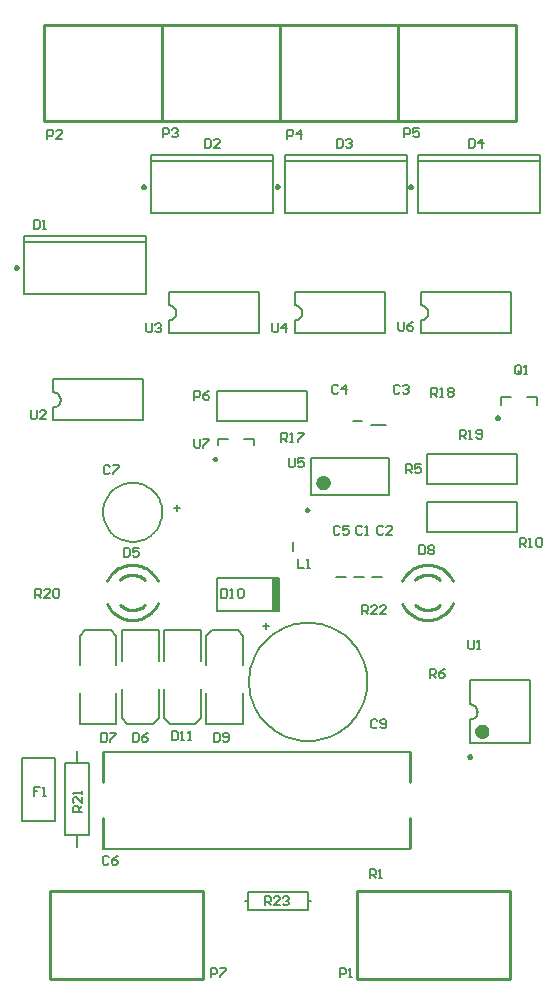
<source format=gto>
%FSDAX24Y24*%
%MOIN*%
%SFA1B1*%

%IPPOS*%
%ADD20C,0.010000*%
%ADD49C,0.007900*%
%ADD50C,0.009800*%
%ADD51C,0.023600*%
%ADD52C,0.005000*%
%ADD53R,0.031500X0.110200*%
%LNde-230724-1*%
%LPD*%
G54D20*
X022937Y023405D02*
D01*
X022965Y023347*
X022997Y023291*
X023033Y023238*
X023072Y023187*
X023115Y023139*
X023161Y023094*
X023211Y023053*
X023263Y023015*
X023317Y022981*
X023374Y022951*
X023433Y022925*
X023493Y022903*
X023555Y022885*
X023618Y022871*
X023681Y022862*
X023746Y022858*
X023810Y022858*
X023874Y022862*
X023938Y022871*
X024001Y022884*
X024062Y022902*
X024123Y022924*
X024182Y022950*
X024238Y022980*
X024293Y023014*
X024345Y023052*
X024394Y023093*
X024441Y023138*
X024484Y023186*
X024523Y023236*
X024559Y023290*
X024592Y023345*
X024620Y023403*
X024627Y023416*
X024622Y024154D02*
D01*
X024593Y024211*
X024561Y024267*
X024525Y024320*
X024486Y024371*
X024443Y024419*
X024397Y024464*
X024347Y024505*
X024295Y024543*
X024241Y024577*
X024184Y024607*
X024125Y024633*
X024065Y024655*
X024003Y024673*
X023940Y024687*
X023877Y024696*
X023812Y024700*
X023748Y024700*
X023684Y024696*
X023620Y024687*
X023557Y024674*
X023496Y024656*
X023435Y024634*
X023376Y024608*
X023320Y024578*
X023265Y024544*
X023213Y024506*
X023164Y024465*
X023117Y024420*
X023074Y024372*
X023035Y024322*
X022999Y024268*
X022966Y024213*
X022938Y024155*
X022932Y024143*
X023368Y023363D02*
D01*
X023398Y023334*
X023430Y023309*
X023463Y023285*
X023499Y023264*
X023535Y023245*
X023573Y023229*
X023612Y023216*
X023652Y023205*
X023692Y023197*
X023733Y023192*
X023774Y023190*
X023815Y023191*
X023856Y023194*
X023897Y023201*
X023937Y023210*
X023976Y023222*
X024015Y023237*
X024052Y023254*
X024088Y023274*
X024123Y023296*
X024156Y023321*
X024187Y023348*
X024201Y023363*
X024196Y024196D02*
D01*
X024165Y024224*
X024133Y024249*
X024100Y024273*
X024064Y024294*
X024028Y024313*
X023990Y024329*
X023951Y024342*
X023911Y024353*
X023871Y024361*
X023830Y024366*
X023789Y024368*
X023748Y024367*
X023707Y024364*
X023666Y024357*
X023626Y024348*
X023587Y024336*
X023548Y024321*
X023511Y024304*
X023475Y024284*
X023440Y024262*
X023407Y024237*
X023376Y024210*
X023363Y024196*
X013095Y023405D02*
D01*
X013123Y023347*
X013155Y023291*
X013191Y023238*
X013230Y023187*
X013273Y023139*
X013319Y023094*
X013369Y023053*
X013421Y023015*
X013475Y022981*
X013532Y022951*
X013591Y022925*
X013651Y022903*
X013713Y022885*
X013776Y022871*
X013839Y022862*
X013904Y022858*
X013968Y022858*
X014032Y022862*
X014096Y022871*
X014159Y022884*
X014220Y022902*
X014281Y022924*
X014340Y022950*
X014396Y022980*
X014451Y023014*
X014503Y023052*
X014552Y023093*
X014599Y023138*
X014642Y023186*
X014681Y023236*
X014717Y023290*
X014750Y023345*
X014778Y023403*
X014784Y023416*
X014779Y024154D02*
D01*
X014750Y024211*
X014718Y024267*
X014682Y024320*
X014643Y024371*
X014600Y024419*
X014554Y024464*
X014504Y024505*
X014452Y024543*
X014398Y024577*
X014341Y024607*
X014282Y024633*
X014222Y024655*
X014160Y024673*
X014097Y024687*
X014034Y024696*
X013969Y024700*
X013905Y024700*
X013841Y024696*
X013777Y024687*
X013714Y024674*
X013653Y024656*
X013592Y024634*
X013533Y024608*
X013477Y024578*
X013422Y024544*
X013370Y024506*
X013321Y024465*
X013274Y024420*
X013231Y024372*
X013192Y024322*
X013156Y024268*
X013123Y024213*
X013095Y024155*
X013090Y024143*
X013525Y023363D02*
D01*
X013555Y023334*
X013587Y023309*
X013620Y023285*
X013656Y023264*
X013692Y023245*
X013730Y023229*
X013769Y023216*
X013809Y023205*
X013849Y023197*
X013890Y023192*
X013931Y023190*
X013972Y023191*
X014013Y023194*
X014054Y023201*
X014094Y023210*
X014133Y023222*
X014172Y023237*
X014209Y023254*
X014245Y023274*
X014280Y023296*
X014313Y023321*
X014344Y023348*
X014359Y023363*
X014354Y024196D02*
D01*
X014323Y024224*
X014291Y024249*
X014258Y024273*
X014222Y024294*
X014186Y024313*
X014148Y024329*
X014109Y024342*
X014069Y024353*
X014029Y024361*
X013988Y024366*
X013947Y024368*
X013906Y024367*
X013865Y024364*
X013824Y024357*
X013784Y024348*
X013745Y024336*
X013706Y024321*
X013669Y024304*
X013633Y024284*
X013598Y024262*
X013565Y024237*
X013534Y024210*
X013520Y024196*
X011181Y010906D02*
X016299D01*
Y013819*
X011181Y010906D02*
Y013819D01*
X016299*
X014921Y042677D02*
X018858D01*
X014921Y039478D02*
Y042677D01*
X018858Y039478D02*
Y042677D01*
X014921Y039478D02*
X018858D01*
Y042677D02*
X022795D01*
X018858Y039478D02*
Y042677D01*
X022795Y039478D02*
Y042677D01*
X018858Y039478D02*
X022795D01*
Y042677D02*
X026732D01*
X022795Y039478D02*
Y042677D01*
X026732Y039478D02*
Y042677D01*
X022795Y039478D02*
X026732D01*
X010984Y042677D02*
X014921D01*
X010984Y039478D02*
Y042677D01*
X014921Y039478D02*
Y042677D01*
X010984Y039478D02*
X014921D01*
X023199Y017450D02*
Y018450D01*
Y015250D02*
Y016250D01*
X012963Y015250D02*
Y016250D01*
Y017450D02*
Y018450D01*
X021417Y010906D02*
X026535D01*
Y013819*
X021417Y010906D02*
Y013819D01*
X026535*
G54D49*
X015150Y032850D02*
D01*
X015167Y032850*
X015184Y032852*
X015201Y032855*
X015218Y032859*
X015235Y032865*
X015251Y032871*
X015267Y032879*
X015282Y032887*
X015296Y032897*
X015310Y032908*
X015323Y032920*
X015335Y032932*
X015347Y032946*
X015357Y032960*
X015366Y032975*
X015374Y032990*
X015381Y033006*
X015387Y033022*
X015392Y033039*
X015396Y033056*
X015398Y033073*
X015399Y033091*
Y033108*
X015398Y033126*
X015396Y033143*
X015392Y033160*
X015387Y033177*
X015381Y033193*
X015374Y033209*
X015366Y033225*
X015357Y033239*
X015347Y033253*
X015335Y033267*
X015323Y033279*
X015310Y033291*
X015296Y033302*
X015282Y033312*
X015267Y033320*
X015251Y033328*
X015235Y033334*
X015218Y033340*
X015201Y033344*
X015184Y033347*
X015167Y033349*
X015150Y033350*
X019350Y032850D02*
D01*
X019367Y032850*
X019384Y032852*
X019401Y032855*
X019418Y032859*
X019435Y032865*
X019451Y032871*
X019467Y032879*
X019482Y032887*
X019496Y032897*
X019510Y032908*
X019523Y032920*
X019535Y032932*
X019547Y032946*
X019557Y032960*
X019566Y032975*
X019574Y032990*
X019581Y033006*
X019587Y033022*
X019592Y033039*
X019596Y033056*
X019598Y033073*
X019599Y033091*
Y033108*
X019598Y033126*
X019596Y033143*
X019592Y033160*
X019587Y033177*
X019581Y033193*
X019574Y033209*
X019566Y033225*
X019557Y033239*
X019547Y033253*
X019535Y033267*
X019523Y033279*
X019510Y033291*
X019496Y033302*
X019482Y033312*
X019467Y033320*
X019451Y033328*
X019435Y033334*
X019418Y033340*
X019401Y033344*
X019384Y033347*
X019367Y033349*
X019350Y033350*
X023550Y032850D02*
D01*
X023567Y032850*
X023584Y032852*
X023601Y032855*
X023618Y032859*
X023635Y032865*
X023651Y032871*
X023667Y032879*
X023682Y032887*
X023696Y032897*
X023710Y032908*
X023723Y032920*
X023735Y032932*
X023747Y032946*
X023757Y032960*
X023766Y032975*
X023774Y032990*
X023781Y033006*
X023787Y033022*
X023792Y033039*
X023796Y033056*
X023798Y033073*
X023799Y033091*
Y033108*
X023798Y033126*
X023796Y033143*
X023792Y033160*
X023787Y033177*
X023781Y033193*
X023774Y033209*
X023766Y033225*
X023757Y033239*
X023747Y033253*
X023735Y033267*
X023723Y033279*
X023710Y033291*
X023696Y033302*
X023682Y033312*
X023667Y033320*
X023651Y033328*
X023635Y033334*
X023618Y033340*
X023601Y033344*
X023584Y033347*
X023567Y033349*
X023550Y033350*
X025196Y019550D02*
D01*
X025213Y019550*
X025230Y019552*
X025247Y019555*
X025264Y019559*
X025281Y019565*
X025297Y019571*
X025313Y019579*
X025328Y019587*
X025342Y019597*
X025356Y019608*
X025369Y019620*
X025381Y019632*
X025393Y019646*
X025403Y019660*
X025412Y019675*
X025420Y019690*
X025427Y019706*
X025433Y019722*
X025438Y019739*
X025442Y019756*
X025444Y019773*
X025445Y019791*
Y019808*
X025444Y019826*
X025442Y019843*
X025438Y019860*
X025433Y019877*
X025427Y019893*
X025420Y019909*
X025412Y019925*
X025403Y019939*
X025393Y019953*
X025381Y019967*
X025369Y019979*
X025356Y019991*
X025342Y020002*
X025328Y020012*
X025313Y020020*
X025297Y020028*
X025281Y020034*
X025264Y020040*
X025247Y020044*
X025230Y020047*
X025213Y020049*
X025196Y020050*
X021769Y020800D02*
D01*
X021764Y020937*
X021749Y021074*
X021725Y021209*
X021692Y021342*
X021650Y021473*
X021598Y021600*
X021538Y021724*
X021469Y021843*
X021392Y021957*
X021308Y022065*
X021216Y022167*
X021117Y022263*
X021012Y022351*
X020901Y022432*
X020784Y022505*
X020663Y022569*
X020537Y022625*
X020408Y022672*
X020276Y022710*
X020141Y022739*
X020005Y022758*
X019868Y022767*
X019731*
X019594Y022758*
X019458Y022739*
X019323Y022710*
X019191Y022672*
X019062Y022625*
X018936Y022569*
X018815Y022505*
X018698Y022432*
X018587Y022351*
X018482Y022263*
X018383Y022167*
X018291Y022065*
X018207Y021957*
X018130Y021843*
X018061Y021724*
X018001Y021600*
X017949Y021473*
X017907Y021342*
X017874Y021209*
X017850Y021074*
X017835Y020937*
X017831Y020800*
X017835Y020662*
X017850Y020525*
X017874Y020390*
X017907Y020257*
X017949Y020126*
X018001Y019999*
X018061Y019875*
X018130Y019756*
X018207Y019642*
X018291Y019534*
X018383Y019432*
X018482Y019336*
X018587Y019248*
X018698Y019167*
X018815Y019094*
X018936Y019030*
X019062Y018974*
X019191Y018927*
X019323Y018889*
X019458Y018860*
X019594Y018841*
X019731Y018832*
X019868*
X020005Y018841*
X020141Y018860*
X020276Y018889*
X020408Y018927*
X020537Y018974*
X020663Y019030*
X020784Y019094*
X020901Y019167*
X021012Y019248*
X021117Y019336*
X021216Y019432*
X021308Y019534*
X021392Y019642*
X021469Y019756*
X021538Y019875*
X021598Y019999*
X021650Y020126*
X021692Y020257*
X021725Y020390*
X021749Y020525*
X021764Y020662*
X021769Y020800*
X014934Y026450D02*
D01*
X014931Y026518*
X014924Y026586*
X014912Y026654*
X014895Y026721*
X014874Y026786*
X014848Y026850*
X014818Y026911*
X014784Y026971*
X014746Y027028*
X014703Y027082*
X014657Y027133*
X014608Y027181*
X014555Y027225*
X014500Y027265*
X014442Y027302*
X014381Y027334*
X014318Y027362*
X014254Y027385*
X014188Y027404*
X014120Y027419*
X014052Y027428*
X013984Y027433*
X013915*
X013847Y027428*
X013779Y027419*
X013711Y027404*
X013645Y027385*
X013581Y027362*
X013518Y027334*
X013457Y027302*
X013399Y027265*
X013344Y027225*
X013291Y027181*
X013242Y027133*
X013196Y027082*
X013153Y027028*
X013115Y026971*
X013081Y026911*
X013051Y026850*
X013025Y026786*
X013004Y026721*
X012987Y026654*
X012975Y026586*
X012968Y026518*
X012966Y026450*
X012968Y026381*
X012975Y026313*
X012987Y026245*
X013004Y026178*
X013025Y026113*
X013051Y026049*
X013081Y025988*
X013115Y025928*
X013153Y025871*
X013196Y025817*
X013242Y025766*
X013291Y025718*
X013344Y025674*
X013399Y025634*
X013458Y025597*
X013518Y025565*
X013581Y025537*
X013645Y025514*
X013711Y025495*
X013779Y025480*
X013847Y025471*
X013915Y025466*
X013984*
X014052Y025471*
X014120Y025480*
X014188Y025495*
X014254Y025514*
X014318Y025537*
X014381Y025565*
X014442Y025597*
X014500Y025634*
X014555Y025674*
X014608Y025718*
X014657Y025766*
X014703Y025817*
X014746Y025871*
X014784Y025928*
X014818Y025988*
X014848Y026049*
X014874Y026113*
X014895Y026178*
X014912Y026245*
X014924Y026313*
X014931Y026381*
X014934Y026450*
X011300Y029950D02*
D01*
X011317Y029950*
X011334Y029952*
X011351Y029955*
X011368Y029959*
X011385Y029965*
X011401Y029971*
X011417Y029979*
X011432Y029987*
X011446Y029997*
X011460Y030008*
X011473Y030020*
X011485Y030032*
X011497Y030046*
X011507Y030060*
X011516Y030075*
X011524Y030090*
X011531Y030106*
X011537Y030122*
X011542Y030139*
X011546Y030156*
X011548Y030173*
X011549Y030191*
Y030208*
X011548Y030226*
X011546Y030243*
X011542Y030260*
X011537Y030277*
X011531Y030293*
X011524Y030309*
X011516Y030325*
X011507Y030339*
X011497Y030353*
X011485Y030367*
X011473Y030379*
X011460Y030391*
X011446Y030402*
X011432Y030412*
X011417Y030420*
X011401Y030428*
X011385Y030434*
X011368Y030440*
X011351Y030444*
X011334Y030447*
X011317Y030449*
X011300Y030450*
X016406Y019404D02*
X017627D01*
X017450Y022514D02*
X017627Y022337D01*
X016406D02*
X016584Y022514D01*
X017450*
X017627Y019404D02*
Y020428D01*
X016406Y019404D02*
Y020428D01*
Y021372D02*
Y022337D01*
X017627Y021372D02*
Y022337D01*
X012190Y019404D02*
X013410D01*
X013233Y022514D02*
X013410Y022337D01*
X012190D02*
X012367Y022514D01*
X013233*
X013410Y019404D02*
Y020428D01*
X012190Y019404D02*
Y020428D01*
Y021372D02*
Y022337D01*
X013410Y021372D02*
Y022337D01*
X013595Y022514D02*
X014816D01*
X013595Y019581D02*
X013772Y019404D01*
X014639D02*
X014816Y019581D01*
X013772Y019404D02*
X014639D01*
X013595Y021491D02*
Y022514D01*
X014816Y021491D02*
Y022514D01*
Y019581D02*
Y020546D01*
X013595Y019581D02*
Y020546D01*
X026750Y027400D02*
Y028400D01*
X023750Y027400D02*
X026750D01*
X023750D02*
Y028400D01*
X026750*
X021943Y024281D02*
X022257D01*
X021343D02*
X021657D01*
X020743D02*
X021057D01*
X021293Y029481D02*
X021607D01*
X015150Y032421D02*
Y032850D01*
Y033350D02*
Y033779D01*
X018150*
Y032421D02*
Y033779D01*
X015150Y032421D02*
X018150D01*
X019350D02*
Y032850D01*
Y033350D02*
Y033779D01*
X022350*
Y032421D02*
Y033779D01*
X019350Y032421D02*
X022350D01*
X023550D02*
Y032850D01*
Y033350D02*
Y033779D01*
X026550*
Y032421D02*
Y033779D01*
X023550Y032421D02*
X026550D01*
X014572Y038152D02*
X018628D01*
X014572Y038349D02*
X018628D01*
X014572Y036420D02*
X018628D01*
Y038349*
X014572Y036420D02*
Y038349D01*
X019022Y038152D02*
X023078D01*
X019022Y038349D02*
X023078D01*
X019022Y036420D02*
X023078D01*
Y038349*
X019022Y036420D02*
Y038349D01*
X023472Y038152D02*
X027528D01*
X023472Y038349D02*
X027528D01*
X023472Y036420D02*
X027528D01*
Y038349*
X023472Y036420D02*
Y038349D01*
X015001Y022514D02*
X016221D01*
X015001Y019581D02*
X015178Y019404D01*
X016044D02*
X016221Y019581D01*
X015178Y019404D02*
X016044D01*
X015001Y021491D02*
Y022514D01*
X016221Y021491D02*
Y022514D01*
Y019581D02*
Y020546D01*
X015001Y019581D02*
Y020546D01*
X012963Y018464D02*
X023199D01*
X012963Y015236D02*
X023199D01*
X017676Y028876D02*
X017991D01*
Y028679D02*
Y028876D01*
X016809D02*
X017124D01*
X016809Y028679D02*
Y028876D01*
X019901Y027040D02*
X022499D01*
X019901Y028260D02*
X022499D01*
X019901Y027040D02*
Y028260D01*
X022499Y027040D02*
Y028260D01*
X027204Y018757D02*
Y020843D01*
X025196Y020050D02*
Y020843D01*
Y018757D02*
Y019550D01*
Y020843D02*
X027204D01*
X025196Y018757D02*
X027204D01*
X019800Y013500D02*
X019890D01*
X017710D02*
X017800D01*
X019800Y013200D02*
Y013500D01*
X017800Y013200D02*
X019800D01*
X017800D02*
Y013800D01*
X019800*
Y013500D02*
Y013800D01*
X012100Y018100D02*
Y018500D01*
Y015300D02*
Y015700D01*
X012500D02*
Y018100D01*
X011700D02*
X012500D01*
X011700Y015700D02*
Y018100D01*
Y015700D02*
X012500D01*
X026750Y025800D02*
Y026800D01*
X023750Y025800D02*
X026750D01*
X023750D02*
Y026800D01*
X026750*
X026235Y030013D02*
Y030289D01*
X026550*
X027417Y030013D02*
Y030289D01*
X027102D02*
X027417D01*
X016750Y029500D02*
Y030500D01*
X019750*
Y029500D02*
Y030500D01*
X016750Y029500D02*
X019750D01*
X019281Y025143D02*
Y025457D01*
X010249Y018243D02*
X011351D01*
X010249Y016157D02*
X011351D01*
X010249D02*
Y018243D01*
X011351Y016157D02*
Y018243D01*
X016757Y023149D02*
X018843D01*
X016757Y024251D02*
X018843D01*
X016757Y023149D02*
Y024251D01*
X021894Y029352D02*
X022406D01*
X010322Y035452D02*
X014378D01*
X010322Y035649D02*
X014378D01*
X010322Y033720D02*
X014378D01*
Y035649*
X010322Y033720D02*
Y035649D01*
X011300Y029521D02*
Y029950D01*
Y030450D02*
Y030879D01*
X014300*
Y029521D02*
Y030879D01*
X011300Y029521D02*
X014300D01*
G54D50*
X014366Y037300D02*
D01*
X014365Y037303*
X014365Y037306*
X014364Y037310*
X014364Y037313*
X014363Y037316*
X014361Y037319*
X014360Y037323*
X014358Y037325*
X014356Y037328*
X014354Y037331*
X014352Y037334*
X014349Y037336*
X014347Y037338*
X014344Y037340*
X014341Y037342*
X014338Y037344*
X014335Y037345*
X014332Y037346*
X014328Y037347*
X014325Y037348*
X014322Y037348*
X014318Y037348*
X014315*
X014311Y037348*
X014308Y037348*
X014305Y037347*
X014301Y037346*
X014298Y037345*
X014295Y037344*
X014292Y037342*
X014289Y037340*
X014286Y037338*
X014284Y037336*
X014281Y037334*
X014279Y037331*
X014277Y037328*
X014275Y037325*
X014273Y037323*
X014272Y037319*
X014270Y037316*
X014269Y037313*
X014269Y037310*
X014268Y037306*
X014268Y037303*
X014268Y037300*
X014268Y037296*
X014268Y037293*
X014269Y037289*
X014269Y037286*
X014270Y037283*
X014272Y037280*
X014273Y037276*
X014275Y037274*
X014277Y037271*
X014279Y037268*
X014281Y037265*
X014284Y037263*
X014286Y037261*
X014289Y037259*
X014292Y037257*
X014295Y037255*
X014298Y037254*
X014301Y037253*
X014305Y037252*
X014308Y037251*
X014311Y037251*
X014315Y037251*
X014318*
X014322Y037251*
X014325Y037251*
X014328Y037252*
X014332Y037253*
X014335Y037254*
X014338Y037255*
X014341Y037257*
X014344Y037259*
X014347Y037261*
X014349Y037263*
X014352Y037265*
X014354Y037268*
X014356Y037271*
X014358Y037274*
X014360Y037276*
X014361Y037280*
X014363Y037283*
X014364Y037286*
X014364Y037289*
X014365Y037293*
X014365Y037296*
X014366Y037300*
X018816D02*
D01*
X018815Y037303*
X018815Y037306*
X018814Y037310*
X018814Y037313*
X018813Y037316*
X018811Y037319*
X018810Y037323*
X018808Y037325*
X018806Y037328*
X018804Y037331*
X018802Y037334*
X018799Y037336*
X018797Y037338*
X018794Y037340*
X018791Y037342*
X018788Y037344*
X018785Y037345*
X018782Y037346*
X018778Y037347*
X018775Y037348*
X018772Y037348*
X018768Y037348*
X018765*
X018761Y037348*
X018758Y037348*
X018755Y037347*
X018751Y037346*
X018748Y037345*
X018745Y037344*
X018742Y037342*
X018739Y037340*
X018736Y037338*
X018734Y037336*
X018731Y037334*
X018729Y037331*
X018727Y037328*
X018725Y037325*
X018723Y037323*
X018722Y037319*
X018720Y037316*
X018719Y037313*
X018719Y037310*
X018718Y037306*
X018718Y037303*
X018718Y037300*
X018718Y037296*
X018718Y037293*
X018719Y037289*
X018719Y037286*
X018720Y037283*
X018722Y037280*
X018723Y037276*
X018725Y037274*
X018727Y037271*
X018729Y037268*
X018731Y037265*
X018734Y037263*
X018736Y037261*
X018739Y037259*
X018742Y037257*
X018745Y037255*
X018748Y037254*
X018751Y037253*
X018755Y037252*
X018758Y037251*
X018761Y037251*
X018765Y037251*
X018768*
X018772Y037251*
X018775Y037251*
X018778Y037252*
X018782Y037253*
X018785Y037254*
X018788Y037255*
X018791Y037257*
X018794Y037259*
X018797Y037261*
X018799Y037263*
X018802Y037265*
X018804Y037268*
X018806Y037271*
X018808Y037274*
X018810Y037276*
X018811Y037280*
X018813Y037283*
X018814Y037286*
X018814Y037289*
X018815Y037293*
X018815Y037296*
X018816Y037300*
X023266D02*
D01*
X023265Y037303*
X023265Y037306*
X023264Y037310*
X023264Y037313*
X023263Y037316*
X023261Y037319*
X023260Y037323*
X023258Y037325*
X023256Y037328*
X023254Y037331*
X023252Y037334*
X023249Y037336*
X023247Y037338*
X023244Y037340*
X023241Y037342*
X023238Y037344*
X023235Y037345*
X023232Y037346*
X023228Y037347*
X023225Y037348*
X023222Y037348*
X023218Y037348*
X023215*
X023211Y037348*
X023208Y037348*
X023205Y037347*
X023201Y037346*
X023198Y037345*
X023195Y037344*
X023192Y037342*
X023189Y037340*
X023186Y037338*
X023184Y037336*
X023181Y037334*
X023179Y037331*
X023177Y037328*
X023175Y037325*
X023173Y037323*
X023172Y037319*
X023170Y037316*
X023169Y037313*
X023169Y037310*
X023168Y037306*
X023168Y037303*
X023168Y037300*
X023168Y037296*
X023168Y037293*
X023169Y037289*
X023169Y037286*
X023170Y037283*
X023172Y037280*
X023173Y037276*
X023175Y037274*
X023177Y037271*
X023179Y037268*
X023181Y037265*
X023184Y037263*
X023186Y037261*
X023189Y037259*
X023192Y037257*
X023195Y037255*
X023198Y037254*
X023201Y037253*
X023205Y037252*
X023208Y037251*
X023211Y037251*
X023215Y037251*
X023218*
X023222Y037251*
X023225Y037251*
X023228Y037252*
X023232Y037253*
X023235Y037254*
X023238Y037255*
X023241Y037257*
X023244Y037259*
X023247Y037261*
X023249Y037263*
X023252Y037265*
X023254Y037268*
X023256Y037271*
X023258Y037274*
X023260Y037276*
X023261Y037280*
X023263Y037283*
X023264Y037286*
X023264Y037289*
X023265Y037293*
X023265Y037296*
X023266Y037300*
X016741Y028226D02*
D01*
X016740Y028229*
X016740Y028232*
X016739Y028236*
X016739Y028239*
X016738Y028242*
X016736Y028245*
X016735Y028249*
X016733Y028251*
X016731Y028254*
X016729Y028257*
X016727Y028260*
X016724Y028262*
X016722Y028264*
X016719Y028266*
X016716Y028268*
X016713Y028270*
X016710Y028271*
X016707Y028272*
X016703Y028273*
X016700Y028274*
X016697Y028274*
X016693Y028274*
X016690*
X016686Y028274*
X016683Y028274*
X016680Y028273*
X016676Y028272*
X016673Y028271*
X016670Y028270*
X016667Y028268*
X016664Y028266*
X016661Y028264*
X016659Y028262*
X016656Y028260*
X016654Y028257*
X016652Y028254*
X016650Y028251*
X016648Y028249*
X016647Y028245*
X016645Y028242*
X016644Y028239*
X016644Y028236*
X016643Y028232*
X016643Y028229*
X016643Y028226*
X016643Y028222*
X016643Y028219*
X016644Y028215*
X016644Y028212*
X016645Y028209*
X016647Y028206*
X016648Y028202*
X016650Y028200*
X016652Y028197*
X016654Y028194*
X016656Y028191*
X016659Y028189*
X016661Y028187*
X016664Y028185*
X016667Y028183*
X016670Y028181*
X016673Y028180*
X016676Y028179*
X016680Y028178*
X016683Y028177*
X016686Y028177*
X016690Y028177*
X016693*
X016697Y028177*
X016700Y028177*
X016703Y028178*
X016707Y028179*
X016710Y028180*
X016713Y028181*
X016716Y028183*
X016719Y028185*
X016722Y028187*
X016724Y028189*
X016727Y028191*
X016729Y028194*
X016731Y028197*
X016733Y028200*
X016735Y028202*
X016736Y028206*
X016738Y028209*
X016739Y028212*
X016739Y028215*
X016740Y028219*
X016740Y028222*
X016741Y028226*
X019812Y026528D02*
D01*
X019811Y026531*
X019811Y026534*
X019810Y026538*
X019810Y026541*
X019809Y026544*
X019807Y026547*
X019806Y026551*
X019804Y026553*
X019802Y026556*
X019800Y026559*
X019798Y026562*
X019795Y026564*
X019793Y026566*
X019790Y026568*
X019787Y026570*
X019784Y026572*
X019781Y026573*
X019778Y026574*
X019774Y026575*
X019771Y026576*
X019768Y026576*
X019764Y026576*
X019761*
X019757Y026576*
X019754Y026576*
X019751Y026575*
X019747Y026574*
X019744Y026573*
X019741Y026572*
X019738Y026570*
X019735Y026568*
X019732Y026566*
X019730Y026564*
X019727Y026562*
X019725Y026559*
X019723Y026556*
X019721Y026553*
X019719Y026551*
X019718Y026547*
X019716Y026544*
X019715Y026541*
X019715Y026538*
X019714Y026534*
X019714Y026531*
X019714Y026528*
X019714Y026524*
X019714Y026521*
X019715Y026517*
X019715Y026514*
X019716Y026511*
X019718Y026508*
X019719Y026504*
X019721Y026502*
X019723Y026499*
X019725Y026496*
X019727Y026493*
X019730Y026491*
X019732Y026489*
X019735Y026487*
X019738Y026485*
X019741Y026483*
X019744Y026482*
X019747Y026481*
X019751Y026480*
X019754Y026479*
X019757Y026479*
X019761Y026479*
X019764*
X019768Y026479*
X019771Y026479*
X019774Y026480*
X019778Y026481*
X019781Y026482*
X019784Y026483*
X019787Y026485*
X019790Y026487*
X019793Y026489*
X019795Y026491*
X019798Y026493*
X019800Y026496*
X019802Y026499*
X019804Y026502*
X019806Y026504*
X019807Y026508*
X019809Y026511*
X019810Y026514*
X019810Y026517*
X019811Y026521*
X019811Y026524*
X019812Y026528*
X025237Y018300D02*
D01*
X025236Y018303*
X025236Y018306*
X025235Y018310*
X025235Y018313*
X025234Y018316*
X025232Y018319*
X025231Y018323*
X025229Y018325*
X025227Y018328*
X025225Y018331*
X025223Y018334*
X025220Y018336*
X025218Y018338*
X025215Y018340*
X025212Y018342*
X025209Y018344*
X025206Y018345*
X025203Y018346*
X025199Y018347*
X025196Y018348*
X025193Y018348*
X025189Y018348*
X025186*
X025182Y018348*
X025179Y018348*
X025176Y018347*
X025172Y018346*
X025169Y018345*
X025166Y018344*
X025163Y018342*
X025160Y018340*
X025157Y018338*
X025155Y018336*
X025152Y018334*
X025150Y018331*
X025148Y018328*
X025146Y018325*
X025144Y018323*
X025143Y018319*
X025141Y018316*
X025140Y018313*
X025140Y018310*
X025139Y018306*
X025139Y018303*
X025139Y018300*
X025139Y018296*
X025139Y018293*
X025140Y018289*
X025140Y018286*
X025141Y018283*
X025143Y018280*
X025144Y018276*
X025146Y018274*
X025148Y018271*
X025150Y018268*
X025152Y018265*
X025155Y018263*
X025157Y018261*
X025160Y018259*
X025163Y018257*
X025166Y018255*
X025169Y018254*
X025172Y018253*
X025176Y018252*
X025179Y018251*
X025182Y018251*
X025186Y018251*
X025189*
X025193Y018251*
X025196Y018251*
X025199Y018252*
X025203Y018253*
X025206Y018254*
X025209Y018255*
X025212Y018257*
X025215Y018259*
X025218Y018261*
X025220Y018263*
X025223Y018265*
X025225Y018268*
X025227Y018271*
X025229Y018274*
X025231Y018276*
X025232Y018280*
X025234Y018283*
X025235Y018286*
X025235Y018289*
X025236Y018293*
X025236Y018296*
X025237Y018300*
X026167Y029600D02*
D01*
X026166Y029603*
X026166Y029606*
X026165Y029610*
X026165Y029613*
X026164Y029616*
X026162Y029619*
X026161Y029623*
X026159Y029625*
X026157Y029628*
X026155Y029631*
X026153Y029634*
X026150Y029636*
X026148Y029638*
X026145Y029640*
X026142Y029642*
X026139Y029644*
X026136Y029645*
X026133Y029646*
X026129Y029647*
X026126Y029648*
X026123Y029648*
X026119Y029648*
X026116*
X026112Y029648*
X026109Y029648*
X026106Y029647*
X026102Y029646*
X026099Y029645*
X026096Y029644*
X026093Y029642*
X026090Y029640*
X026087Y029638*
X026085Y029636*
X026082Y029634*
X026080Y029631*
X026078Y029628*
X026076Y029625*
X026074Y029623*
X026073Y029619*
X026071Y029616*
X026070Y029613*
X026070Y029610*
X026069Y029606*
X026069Y029603*
X026069Y029600*
X026069Y029596*
X026069Y029593*
X026070Y029589*
X026070Y029586*
X026071Y029583*
X026073Y029580*
X026074Y029576*
X026076Y029574*
X026078Y029571*
X026080Y029568*
X026082Y029565*
X026085Y029563*
X026087Y029561*
X026090Y029559*
X026093Y029557*
X026096Y029555*
X026099Y029554*
X026102Y029553*
X026106Y029552*
X026109Y029551*
X026112Y029551*
X026116Y029551*
X026119*
X026123Y029551*
X026126Y029551*
X026129Y029552*
X026133Y029553*
X026136Y029554*
X026139Y029555*
X026142Y029557*
X026145Y029559*
X026148Y029561*
X026150Y029563*
X026153Y029565*
X026155Y029568*
X026157Y029571*
X026159Y029574*
X026161Y029576*
X026162Y029580*
X026164Y029583*
X026165Y029586*
X026165Y029589*
X026166Y029593*
X026166Y029596*
X026167Y029600*
X010116Y034600D02*
D01*
X010115Y034603*
X010115Y034606*
X010114Y034610*
X010114Y034613*
X010113Y034616*
X010111Y034619*
X010110Y034623*
X010108Y034625*
X010106Y034628*
X010104Y034631*
X010102Y034634*
X010099Y034636*
X010097Y034638*
X010094Y034640*
X010091Y034642*
X010088Y034644*
X010085Y034645*
X010082Y034646*
X010078Y034647*
X010075Y034648*
X010072Y034648*
X010068Y034648*
X010065*
X010061Y034648*
X010058Y034648*
X010055Y034647*
X010051Y034646*
X010048Y034645*
X010045Y034644*
X010042Y034642*
X010039Y034640*
X010036Y034638*
X010034Y034636*
X010031Y034634*
X010029Y034631*
X010027Y034628*
X010025Y034625*
X010023Y034623*
X010022Y034619*
X010020Y034616*
X010019Y034613*
X010019Y034610*
X010018Y034606*
X010018Y034603*
X010018Y034600*
X010018Y034596*
X010018Y034593*
X010019Y034589*
X010019Y034586*
X010020Y034583*
X010022Y034580*
X010023Y034576*
X010025Y034574*
X010027Y034571*
X010029Y034568*
X010031Y034565*
X010034Y034563*
X010036Y034561*
X010039Y034559*
X010042Y034557*
X010045Y034555*
X010048Y034554*
X010051Y034553*
X010055Y034552*
X010058Y034551*
X010061Y034551*
X010065Y034551*
X010068*
X010072Y034551*
X010075Y034551*
X010078Y034552*
X010082Y034553*
X010085Y034554*
X010088Y034555*
X010091Y034557*
X010094Y034559*
X010097Y034561*
X010099Y034563*
X010102Y034565*
X010104Y034568*
X010106Y034571*
X010108Y034574*
X010110Y034576*
X010111Y034580*
X010113Y034583*
X010114Y034586*
X010114Y034589*
X010115Y034593*
X010115Y034596*
X010116Y034600*
G54D51*
X020413Y027433D02*
D01*
X020412Y027441*
X020411Y027449*
X020410Y027457*
X020408Y027465*
X020405Y027473*
X020402Y027480*
X020399Y027488*
X020395Y027495*
X020390Y027502*
X020385Y027508*
X020379Y027514*
X020373Y027520*
X020367Y027525*
X020360Y027530*
X020354Y027535*
X020346Y027539*
X020339Y027542*
X020331Y027545*
X020323Y027547*
X020315Y027549*
X020307Y027550*
X020299Y027550*
X020290*
X020282Y027550*
X020274Y027549*
X020266Y027547*
X020258Y027545*
X020250Y027542*
X020243Y027539*
X020236Y027535*
X020229Y027530*
X020222Y027525*
X020216Y027520*
X020210Y027514*
X020204Y027508*
X020199Y027502*
X020194Y027495*
X020190Y027488*
X020187Y027480*
X020184Y027473*
X020181Y027465*
X020179Y027457*
X020178Y027449*
X020177Y027441*
X020177Y027433*
X020177Y027424*
X020178Y027416*
X020179Y027408*
X020181Y027400*
X020184Y027392*
X020187Y027385*
X020190Y027377*
X020194Y027370*
X020199Y027363*
X020204Y027357*
X020210Y027351*
X020216Y027345*
X020222Y027340*
X020229Y027335*
X020236Y027330*
X020243Y027326*
X020250Y027323*
X020258Y027320*
X020266Y027318*
X020274Y027316*
X020282Y027315*
X020290Y027315*
X020299*
X020307Y027315*
X020315Y027316*
X020323Y027318*
X020331Y027320*
X020339Y027323*
X020346Y027326*
X020354Y027330*
X020360Y027335*
X020367Y027340*
X020373Y027345*
X020379Y027351*
X020385Y027357*
X020390Y027363*
X020395Y027370*
X020399Y027377*
X020402Y027385*
X020405Y027392*
X020408Y027400*
X020410Y027408*
X020411Y027416*
X020412Y027424*
X020413Y027433*
X025708Y019150D02*
D01*
X025707Y019158*
X025706Y019166*
X025705Y019174*
X025703Y019182*
X025700Y019190*
X025697Y019197*
X025694Y019205*
X025690Y019212*
X025685Y019219*
X025680Y019225*
X025674Y019231*
X025668Y019237*
X025662Y019242*
X025655Y019247*
X025649Y019252*
X025641Y019256*
X025634Y019259*
X025626Y019262*
X025618Y019264*
X025610Y019266*
X025602Y019267*
X025594Y019267*
X025585*
X025577Y019267*
X025569Y019266*
X025561Y019264*
X025553Y019262*
X025545Y019259*
X025538Y019256*
X025531Y019252*
X025524Y019247*
X025517Y019242*
X025511Y019237*
X025505Y019231*
X025499Y019225*
X025494Y019219*
X025489Y019212*
X025485Y019205*
X025482Y019197*
X025479Y019190*
X025476Y019182*
X025474Y019174*
X025473Y019166*
X025472Y019158*
X025472Y019150*
X025472Y019141*
X025473Y019133*
X025474Y019125*
X025476Y019117*
X025479Y019109*
X025482Y019102*
X025485Y019094*
X025489Y019087*
X025494Y019080*
X025499Y019074*
X025505Y019068*
X025511Y019062*
X025517Y019057*
X025524Y019052*
X025531Y019047*
X025538Y019043*
X025545Y019040*
X025553Y019037*
X025561Y019035*
X025569Y019033*
X025577Y019032*
X025585Y019032*
X025594*
X025602Y019032*
X025610Y019033*
X025618Y019035*
X025626Y019037*
X025634Y019040*
X025641Y019043*
X025649Y019047*
X025655Y019052*
X025662Y019057*
X025668Y019062*
X025674Y019068*
X025680Y019074*
X025685Y019080*
X025690Y019087*
X025694Y019094*
X025697Y019102*
X025700Y019109*
X025703Y019117*
X025705Y019125*
X025706Y019133*
X025707Y019141*
X025708Y019150*
G54D52*
X016550Y010950D02*
Y011250D01*
X016700*
X016750Y011200*
Y011100*
X016700Y011050*
X016550*
X016850Y011250D02*
X017050D01*
Y011200*
X016850Y011000*
Y010950*
X020850D02*
Y011250D01*
X021000*
X021050Y011200*
Y011100*
X021000Y011050*
X020850*
X021150Y010950D02*
X021250D01*
X021200*
Y011250*
X021150Y011200*
X022800Y032800D02*
Y032550D01*
X022850Y032500*
X022950*
X023000Y032550*
Y032800*
X023300D02*
X023200Y032750D01*
X023100Y032650*
Y032550*
X023150Y032500*
X023250*
X023300Y032550*
Y032600*
X023250Y032650*
X023100*
X018600Y032750D02*
Y032500D01*
X018650Y032450*
X018750*
X018800Y032500*
Y032750*
X019050Y032450D02*
Y032750D01*
X018900Y032600*
X019100*
X014400Y032750D02*
Y032500D01*
X014450Y032450*
X014550*
X014600Y032500*
Y032750*
X014700Y032700D02*
X014750Y032750D01*
X014850*
X014900Y032700*
Y032650*
X014850Y032600*
X014800*
X014850*
X014900Y032550*
Y032500*
X014850Y032450*
X014750*
X014700Y032500*
X010550Y029850D02*
Y029600D01*
X010600Y029550*
X010700*
X010750Y029600*
Y029850*
X011050Y029550D02*
X010850D01*
X011050Y029750*
Y029800*
X011000Y029850*
X010900*
X010850Y029800*
X025150Y038900D02*
Y038600D01*
X025300*
X025350Y038650*
Y038850*
X025300Y038900*
X025150*
X025600Y038600D02*
Y038900D01*
X025450Y038750*
X025650*
X020750Y038900D02*
Y038600D01*
X020900*
X020950Y038650*
Y038850*
X020900Y038900*
X020750*
X021050Y038850D02*
X021100Y038900D01*
X021200*
X021250Y038850*
Y038800*
X021200Y038750*
X021150*
X021200*
X021250Y038700*
Y038650*
X021200Y038600*
X021100*
X021050Y038650*
X016350Y038900D02*
Y038600D01*
X016500*
X016550Y038650*
Y038850*
X016500Y038900*
X016350*
X016850Y038600D02*
X016650D01*
X016850Y038800*
Y038850*
X016800Y038900*
X016700*
X016650Y038850*
X010650Y036200D02*
Y035900D01*
X010800*
X010850Y035950*
Y036150*
X010800Y036200*
X010650*
X010950Y035900D02*
X011050D01*
X011000*
Y036200*
X010950Y036150*
X021600Y025950D02*
X021550Y026000D01*
X021450*
X021400Y025950*
Y025750*
X021450Y025700*
X021550*
X021600Y025750*
X021700Y025700D02*
X021800D01*
X021750*
Y026000*
X021700Y025950*
X022300D02*
X022250Y026000D01*
X022150*
X022100Y025950*
Y025750*
X022150Y025700*
X022250*
X022300Y025750*
X022600Y025700D02*
X022400D01*
X022600Y025900*
Y025950*
X022550Y026000*
X022450*
X022400Y025950*
X022850Y030650D02*
X022800Y030700D01*
X022700*
X022650Y030650*
Y030450*
X022700Y030400*
X022800*
X022850Y030450*
X022950Y030650D02*
X023000Y030700D01*
X023100*
X023150Y030650*
Y030600*
X023100Y030550*
X023050*
X023100*
X023150Y030500*
Y030450*
X023100Y030400*
X023000*
X022950Y030450*
X020800Y030650D02*
X020750Y030700D01*
X020650*
X020600Y030650*
Y030450*
X020650Y030400*
X020750*
X020800Y030450*
X021050Y030400D02*
Y030700D01*
X020900Y030550*
X021100*
X020850Y025950D02*
X020800Y026000D01*
X020700*
X020650Y025950*
Y025750*
X020700Y025700*
X020800*
X020850Y025750*
X021150Y026000D02*
X020950D01*
Y025850*
X021050Y025900*
X021100*
X021150Y025850*
Y025750*
X021100Y025700*
X021000*
X020950Y025750*
X013180Y027970D02*
X013130Y028020D01*
X013030*
X012980Y027970*
Y027770*
X013030Y027720*
X013130*
X013180Y027770*
X013280Y028020D02*
X013480D01*
Y027970*
X013280Y027770*
Y027720*
X022100Y019500D02*
X022050Y019550D01*
X021950*
X021900Y019500*
Y019300*
X021950Y019250*
X022050*
X022100Y019300*
X022200D02*
X022250Y019250D01*
X022350*
X022400Y019300*
Y019500*
X022350Y019550*
X022250*
X022200Y019500*
Y019450*
X022250Y019400*
X022400*
X016900Y023900D02*
Y023600D01*
X017050*
X017100Y023650*
Y023850*
X017050Y023900*
X016900*
X017200Y023600D02*
X017300D01*
X017250*
Y023900*
X017200Y023850*
X017450D02*
X017500Y023900D01*
X017600*
X017650Y023850*
Y023650*
X017600Y023600*
X017500*
X017450Y023650*
Y023850*
X010850Y017300D02*
X010650D01*
Y017150*
X010750*
X010650*
Y017000*
X010950D02*
X011050D01*
X011000*
Y017300*
X010950Y017250*
X019450Y024900D02*
Y024600D01*
X019650*
X019750D02*
X019850D01*
X019800*
Y024900*
X019750Y024850*
X014950Y038950D02*
Y039250D01*
X015100*
X015150Y039200*
Y039100*
X015100Y039050*
X014950*
X015250Y039200D02*
X015300Y039250D01*
X015400*
X015450Y039200*
Y039150*
X015400Y039100*
X015350*
X015400*
X015450Y039050*
Y039000*
X015400Y038950*
X015300*
X015250Y039000*
X019100Y038900D02*
Y039200D01*
X019250*
X019300Y039150*
Y039050*
X019250Y039000*
X019100*
X019550Y038900D02*
Y039200D01*
X019400Y039050*
X019600*
X023000Y038950D02*
Y039250D01*
X023150*
X023200Y039200*
Y039100*
X023150Y039050*
X023000*
X023500Y039250D02*
X023300D01*
Y039100*
X023400Y039150*
X023450*
X023500Y039100*
Y039000*
X023450Y038950*
X023350*
X023300Y039000*
X016000Y030200D02*
Y030500D01*
X016150*
X016200Y030450*
Y030350*
X016150Y030300*
X016000*
X016500Y030500D02*
X016400Y030450D01*
X016300Y030350*
Y030250*
X016350Y030200*
X016450*
X016500Y030250*
Y030300*
X016450Y030350*
X016300*
X026900Y031100D02*
Y031300D01*
X026850Y031350*
X026750*
X026700Y031300*
Y031100*
X026750Y031050*
X026850*
X026800Y031150D02*
X026900Y031050D01*
X026850D02*
X026900Y031100D01*
X027000Y031050D02*
X027100D01*
X027050*
Y031350*
X027000Y031300*
X021850Y014250D02*
Y014550D01*
X022000*
X022050Y014500*
Y014400*
X022000Y014350*
X021850*
X021950D02*
X022050Y014250D01*
X022150D02*
X022250D01*
X022200*
Y014550*
X022150Y014500*
X023050Y027750D02*
Y028050D01*
X023200*
X023250Y028000*
Y027900*
X023200Y027850*
X023050*
X023150D02*
X023250Y027750D01*
X023550Y028050D02*
X023350D01*
Y027900*
X023450Y027950*
X023500*
X023550Y027900*
Y027800*
X023500Y027750*
X023400*
X023350Y027800*
X023860Y020940D02*
Y021240D01*
X024010*
X024060Y021190*
Y021090*
X024010Y021040*
X023860*
X023960D02*
X024060Y020940D01*
X024360Y021240D02*
X024260Y021190D01*
X024160Y021090*
Y020990*
X024210Y020940*
X024310*
X024360Y020990*
Y021040*
X024310Y021090*
X024160*
X026850Y025300D02*
Y025600D01*
X027000*
X027050Y025550*
Y025450*
X027000Y025400*
X026850*
X026950D02*
X027050Y025300D01*
X027150D02*
X027250D01*
X027200*
Y025600*
X027150Y025550*
X027400D02*
X027450Y025600D01*
X027550*
X027600Y025550*
Y025350*
X027550Y025300*
X027450*
X027400Y025350*
Y025550*
X018900Y028800D02*
Y029100D01*
X019050*
X019100Y029050*
Y028950*
X019050Y028900*
X018900*
X019000D02*
X019100Y028800D01*
X019200D02*
X019300D01*
X019250*
Y029100*
X019200Y029050*
X019450Y029100D02*
X019650D01*
Y029050*
X019450Y028850*
Y028800*
X023900Y030300D02*
Y030600D01*
X024050*
X024100Y030550*
Y030450*
X024050Y030400*
X023900*
X024000D02*
X024100Y030300D01*
X024200D02*
X024300D01*
X024250*
Y030600*
X024200Y030550*
X024450D02*
X024500Y030600D01*
X024600*
X024650Y030550*
Y030500*
X024600Y030450*
X024650Y030400*
Y030350*
X024600Y030300*
X024500*
X024450Y030350*
Y030400*
X024500Y030450*
X024450Y030500*
Y030550*
X024500Y030450D02*
X024600D01*
X024850Y028900D02*
Y029200D01*
X025000*
X025050Y029150*
Y029050*
X025000Y029000*
X024850*
X024950D02*
X025050Y028900D01*
X025150D02*
X025250D01*
X025200*
Y029200*
X025150Y029150*
X025400Y028950D02*
X025450Y028900D01*
X025550*
X025600Y028950*
Y029150*
X025550Y029200*
X025450*
X025400Y029150*
Y029100*
X025450Y029050*
X025600*
X010700Y023600D02*
Y023900D01*
X010850*
X010900Y023850*
Y023750*
X010850Y023700*
X010700*
X010800D02*
X010900Y023600D01*
X011200D02*
X011000D01*
X011200Y023800*
Y023850*
X011150Y023900*
X011050*
X011000Y023850*
X011300D02*
X011350Y023900D01*
X011450*
X011500Y023850*
Y023650*
X011450Y023600*
X011350*
X011300Y023650*
Y023850*
X012250Y016450D02*
X011950D01*
Y016600*
X012000Y016650*
X012100*
X012150Y016600*
Y016450*
Y016550D02*
X012250Y016650D01*
Y016950D02*
Y016750D01*
X012050Y016950*
X012000*
X011950Y016900*
Y016800*
X012000Y016750*
X012250Y017050D02*
Y017150D01*
Y017100*
X011950*
X012000Y017050*
X021600Y023050D02*
Y023350D01*
X021750*
X021800Y023300*
Y023200*
X021750Y023150*
X021600*
X021700D02*
X021800Y023050D01*
X022100D02*
X021900D01*
X022100Y023250*
Y023300*
X022050Y023350*
X021950*
X021900Y023300*
X022400Y023050D02*
X022200D01*
X022400Y023250*
Y023300*
X022350Y023350*
X022250*
X022200Y023300*
X018350Y013350D02*
Y013650D01*
X018500*
X018550Y013600*
Y013500*
X018500Y013450*
X018350*
X018450D02*
X018550Y013350D01*
X018850D02*
X018650D01*
X018850Y013550*
Y013600*
X018800Y013650*
X018700*
X018650Y013600*
X018950D02*
X019000Y013650D01*
X019100*
X019150Y013600*
Y013550*
X019100Y013500*
X019050*
X019100*
X019150Y013450*
Y013400*
X019100Y013350*
X019000*
X018950Y013400*
X025140Y022190D02*
Y021940D01*
X025190Y021890*
X025290*
X025340Y021940*
Y022190*
X025440Y021890D02*
X025540D01*
X025490*
Y022190*
X025440Y022140*
X019150Y028250D02*
Y028000D01*
X019200Y027950*
X019300*
X019350Y028000*
Y028250*
X019650D02*
X019450D01*
Y028100*
X019550Y028150*
X019600*
X019650Y028100*
Y028000*
X019600Y027950*
X019500*
X019450Y028000*
X016000Y028900D02*
Y028650D01*
X016050Y028600*
X016150*
X016200Y028650*
Y028900*
X016300D02*
X016500D01*
Y028850*
X016300Y028650*
Y028600*
X013150Y014950D02*
X013100Y015000D01*
X013000*
X012950Y014950*
Y014750*
X013000Y014700*
X013100*
X013150Y014750*
X013450Y015000D02*
X013350Y014950D01*
X013250Y014850*
Y014750*
X013300Y014700*
X013400*
X013450Y014750*
Y014800*
X013400Y014850*
X013250*
X013950Y019100D02*
Y018800D01*
X014100*
X014150Y018850*
Y019050*
X014100Y019100*
X013950*
X014450D02*
X014350Y019050D01*
X014250Y018950*
Y018850*
X014300Y018800*
X014400*
X014450Y018850*
Y018900*
X014400Y018950*
X014250*
X012900Y019100D02*
Y018800D01*
X013050*
X013100Y018850*
Y019050*
X013050Y019100*
X012900*
X013200D02*
X013400D01*
Y019050*
X013200Y018850*
Y018800*
X016650Y019100D02*
Y018800D01*
X016800*
X016850Y018850*
Y019050*
X016800Y019100*
X016650*
X016950Y018850D02*
X017000Y018800D01*
X017100*
X017150Y018850*
Y019050*
X017100Y019100*
X017000*
X016950Y019050*
Y019000*
X017000Y018950*
X017150*
X015250Y019150D02*
Y018850D01*
X015400*
X015450Y018900*
Y019100*
X015400Y019150*
X015250*
X015550Y018850D02*
X015650D01*
X015600*
Y019150*
X015550Y019100*
X015800Y018850D02*
X015900D01*
X015850*
Y019150*
X015800Y019100*
X011100Y038900D02*
Y039200D01*
X011250*
X011300Y039150*
Y039050*
X011250Y039000*
X011100*
X011600Y038900D02*
X011400D01*
X011600Y039100*
Y039150*
X011550Y039200*
X011450*
X011400Y039150*
X023500Y025350D02*
Y025050D01*
X023650*
X023700Y025100*
Y025300*
X023650Y025350*
X023500*
X023800Y025300D02*
X023850Y025350D01*
X023950*
X024000Y025300*
Y025250*
X023950Y025200*
X024000Y025150*
Y025100*
X023950Y025050*
X023850*
X023800Y025100*
Y025150*
X023850Y025200*
X023800Y025250*
Y025300*
X023850Y025200D02*
X023950D01*
X013650Y025264D02*
Y024964D01*
X013800*
X013850Y025014*
Y025214*
X013800Y025264*
X013650*
X014150D02*
X013950D01*
Y025114*
X014050Y025164*
X014100*
X014150Y025114*
Y025014*
X014100Y024964*
X014000*
X013950Y025014*
X018400Y022750D02*
Y022550D01*
X018500Y022650D02*
X018300D01*
X015515Y026595D02*
X015315D01*
X015415Y026495D02*
Y026695D01*
G54D53*
X018725Y023701D03*
M02*
</source>
